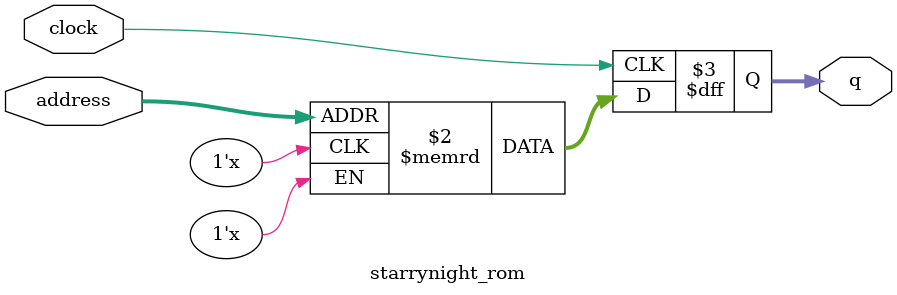
<source format=sv>
module starrynight_rom (
	input logic clock,
	input logic [18:0] address,
	output logic [2:0] q
);

logic [2:0] memory [0:307199] /* synthesis ram_init_file = "./starrynight/starrynight.mif" */;

always_ff @ (posedge clock) begin
	q <= memory[address];
end

endmodule

</source>
